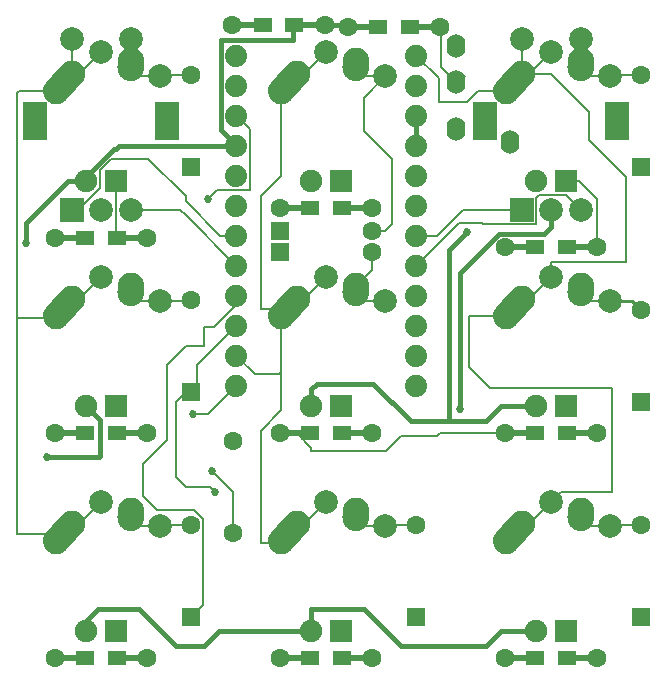
<source format=gtl>
G04 #@! TF.GenerationSoftware,KiCad,Pcbnew,(5.1.6)-1*
G04 #@! TF.CreationDate,2020-12-19T02:43:37-06:00*
G04 #@! TF.ProjectId,macropad_3x3,6d616372-6f70-4616-945f-3378332e6b69,rev?*
G04 #@! TF.SameCoordinates,Original*
G04 #@! TF.FileFunction,Copper,L1,Top*
G04 #@! TF.FilePolarity,Positive*
%FSLAX46Y46*%
G04 Gerber Fmt 4.6, Leading zero omitted, Abs format (unit mm)*
G04 Created by KiCad (PCBNEW (5.1.6)-1) date 2020-12-19 02:43:37*
%MOMM*%
%LPD*%
G01*
G04 APERTURE LIST*
G04 #@! TA.AperFunction,ComponentPad*
%ADD10C,2.000000*%
G04 #@! TD*
G04 #@! TA.AperFunction,WasherPad*
%ADD11R,2.000000X3.200000*%
G04 #@! TD*
G04 #@! TA.AperFunction,ComponentPad*
%ADD12R,2.000000X2.000000*%
G04 #@! TD*
G04 #@! TA.AperFunction,ComponentPad*
%ADD13C,1.600000*%
G04 #@! TD*
G04 #@! TA.AperFunction,Conductor*
%ADD14R,2.900000X0.500000*%
G04 #@! TD*
G04 #@! TA.AperFunction,SMDPad,CuDef*
%ADD15R,1.500000X1.200000*%
G04 #@! TD*
G04 #@! TA.AperFunction,ComponentPad*
%ADD16C,2.250000*%
G04 #@! TD*
G04 #@! TA.AperFunction,ComponentPad*
%ADD17C,1.905000*%
G04 #@! TD*
G04 #@! TA.AperFunction,ComponentPad*
%ADD18R,1.905000X1.905000*%
G04 #@! TD*
G04 #@! TA.AperFunction,ComponentPad*
%ADD19R,1.600000X1.600000*%
G04 #@! TD*
G04 #@! TA.AperFunction,ComponentPad*
%ADD20O,1.600000X2.000000*%
G04 #@! TD*
G04 #@! TA.AperFunction,ComponentPad*
%ADD21C,1.879600*%
G04 #@! TD*
G04 #@! TA.AperFunction,ViaPad*
%ADD22C,0.685800*%
G04 #@! TD*
G04 #@! TA.AperFunction,Conductor*
%ADD23C,0.152400*%
G04 #@! TD*
G04 #@! TA.AperFunction,Conductor*
%ADD24C,0.254000*%
G04 #@! TD*
G04 #@! TA.AperFunction,Conductor*
%ADD25C,0.381000*%
G04 #@! TD*
G04 APERTURE END LIST*
D10*
G04 #@! TO.P,RE2,S1*
G04 #@! TO.N,Net-(D3-Pad2)*
X72350000Y-24750000D03*
G04 #@! TO.P,RE2,S2*
G04 #@! TO.N,col2*
X67350000Y-24750000D03*
D11*
G04 #@! TO.P,RE2,*
G04 #@! TO.N,*
X75450000Y-31750000D03*
X64250000Y-31750000D03*
D10*
G04 #@! TO.P,RE2,B*
G04 #@! TO.N,encoder2b*
X72350000Y-39250000D03*
G04 #@! TO.P,RE2,C*
G04 #@! TO.N,GND*
X69850000Y-39250000D03*
D12*
G04 #@! TO.P,RE2,A*
G04 #@! TO.N,encoder2a*
X67350000Y-39250000D03*
G04 #@! TD*
D13*
G04 #@! TO.P,R11,1*
G04 #@! TO.N,VCC*
X52652000Y-23812500D03*
G04 #@! TO.P,R11,2*
G04 #@! TO.N,SDA*
X60452000Y-23812500D03*
D14*
G04 #@! TD*
G04 #@! TO.N,VCC*
G04 #@! TO.C,R11*
X54052000Y-23812500D03*
D15*
G04 #@! TO.P,R11,1*
G04 #@! TO.N,VCC*
X55202000Y-23812500D03*
G04 #@! TO.P,R11,2*
G04 #@! TO.N,SDA*
X57902000Y-23812500D03*
D14*
G04 #@! TD*
G04 #@! TO.N,SDA*
G04 #@! TO.C,R11*
X59052000Y-23812500D03*
D13*
G04 #@! TO.P,R10,1*
G04 #@! TO.N,VCC*
X50662500Y-23622000D03*
G04 #@! TO.P,R10,2*
G04 #@! TO.N,SCL*
X42862500Y-23622000D03*
D14*
G04 #@! TD*
G04 #@! TO.N,VCC*
G04 #@! TO.C,R10*
X49262500Y-23622000D03*
D15*
G04 #@! TO.P,R10,1*
G04 #@! TO.N,VCC*
X48112500Y-23622000D03*
G04 #@! TO.P,R10,2*
G04 #@! TO.N,SCL*
X45412500Y-23622000D03*
D14*
G04 #@! TD*
G04 #@! TO.N,SCL*
G04 #@! TO.C,R10*
X44262500Y-23622000D03*
D13*
G04 #@! TO.P,R9,1*
G04 #@! TO.N,LEDsOut*
X65950000Y-77216000D03*
G04 #@! TO.P,R9,2*
G04 #@! TO.N,Net-(MX9-Pad4)*
X73750000Y-77216000D03*
D14*
G04 #@! TD*
G04 #@! TO.N,LEDsOut*
G04 #@! TO.C,R9*
X67350000Y-77216000D03*
D15*
G04 #@! TO.P,R9,1*
G04 #@! TO.N,LEDsOut*
X68500000Y-77216000D03*
G04 #@! TO.P,R9,2*
G04 #@! TO.N,Net-(MX9-Pad4)*
X71200000Y-77216000D03*
D14*
G04 #@! TD*
G04 #@! TO.N,Net-(MX9-Pad4)*
G04 #@! TO.C,R9*
X72350000Y-77216000D03*
D13*
G04 #@! TO.P,R8,1*
G04 #@! TO.N,LEDsOut*
X46900000Y-77216000D03*
G04 #@! TO.P,R8,2*
G04 #@! TO.N,Net-(MX8-Pad4)*
X54700000Y-77216000D03*
D14*
G04 #@! TD*
G04 #@! TO.N,LEDsOut*
G04 #@! TO.C,R8*
X48300000Y-77216000D03*
D15*
G04 #@! TO.P,R8,1*
G04 #@! TO.N,LEDsOut*
X49450000Y-77216000D03*
G04 #@! TO.P,R8,2*
G04 #@! TO.N,Net-(MX8-Pad4)*
X52150000Y-77216000D03*
D14*
G04 #@! TD*
G04 #@! TO.N,Net-(MX8-Pad4)*
G04 #@! TO.C,R8*
X53300000Y-77216000D03*
D13*
G04 #@! TO.P,R7,1*
G04 #@! TO.N,LEDsOut*
X27850000Y-77216000D03*
G04 #@! TO.P,R7,2*
G04 #@! TO.N,Net-(MX7-Pad4)*
X35650000Y-77216000D03*
D14*
G04 #@! TD*
G04 #@! TO.N,LEDsOut*
G04 #@! TO.C,R7*
X29250000Y-77216000D03*
D15*
G04 #@! TO.P,R7,1*
G04 #@! TO.N,LEDsOut*
X30400000Y-77216000D03*
G04 #@! TO.P,R7,2*
G04 #@! TO.N,Net-(MX7-Pad4)*
X33100000Y-77216000D03*
D14*
G04 #@! TD*
G04 #@! TO.N,Net-(MX7-Pad4)*
G04 #@! TO.C,R7*
X34250000Y-77216000D03*
D13*
G04 #@! TO.P,R6,1*
G04 #@! TO.N,LEDsOut*
X65950000Y-58166000D03*
G04 #@! TO.P,R6,2*
G04 #@! TO.N,Net-(MX6-Pad4)*
X73750000Y-58166000D03*
D14*
G04 #@! TD*
G04 #@! TO.N,LEDsOut*
G04 #@! TO.C,R6*
X67350000Y-58166000D03*
D15*
G04 #@! TO.P,R6,1*
G04 #@! TO.N,LEDsOut*
X68500000Y-58166000D03*
G04 #@! TO.P,R6,2*
G04 #@! TO.N,Net-(MX6-Pad4)*
X71200000Y-58166000D03*
D14*
G04 #@! TD*
G04 #@! TO.N,Net-(MX6-Pad4)*
G04 #@! TO.C,R6*
X72350000Y-58166000D03*
D13*
G04 #@! TO.P,R5,1*
G04 #@! TO.N,LEDsOut*
X46900000Y-58166000D03*
G04 #@! TO.P,R5,2*
G04 #@! TO.N,Net-(MX5-Pad4)*
X54700000Y-58166000D03*
D14*
G04 #@! TD*
G04 #@! TO.N,LEDsOut*
G04 #@! TO.C,R5*
X48300000Y-58166000D03*
D15*
G04 #@! TO.P,R5,1*
G04 #@! TO.N,LEDsOut*
X49450000Y-58166000D03*
G04 #@! TO.P,R5,2*
G04 #@! TO.N,Net-(MX5-Pad4)*
X52150000Y-58166000D03*
D14*
G04 #@! TD*
G04 #@! TO.N,Net-(MX5-Pad4)*
G04 #@! TO.C,R5*
X53300000Y-58166000D03*
D13*
G04 #@! TO.P,R4,1*
G04 #@! TO.N,LEDsOut*
X27850000Y-58166000D03*
G04 #@! TO.P,R4,2*
G04 #@! TO.N,Net-(MX4-Pad4)*
X35650000Y-58166000D03*
D14*
G04 #@! TD*
G04 #@! TO.N,LEDsOut*
G04 #@! TO.C,R4*
X29250000Y-58166000D03*
D15*
G04 #@! TO.P,R4,1*
G04 #@! TO.N,LEDsOut*
X30400000Y-58166000D03*
G04 #@! TO.P,R4,2*
G04 #@! TO.N,Net-(MX4-Pad4)*
X33100000Y-58166000D03*
D14*
G04 #@! TD*
G04 #@! TO.N,Net-(MX4-Pad4)*
G04 #@! TO.C,R4*
X34250000Y-58166000D03*
D13*
G04 #@! TO.P,R3,1*
G04 #@! TO.N,LEDsOut*
X65950000Y-42418000D03*
G04 #@! TO.P,R3,2*
G04 #@! TO.N,Net-(MX3-Pad4)*
X73750000Y-42418000D03*
D14*
G04 #@! TD*
G04 #@! TO.N,LEDsOut*
G04 #@! TO.C,R3*
X67350000Y-42418000D03*
D15*
G04 #@! TO.P,R3,1*
G04 #@! TO.N,LEDsOut*
X68500000Y-42418000D03*
G04 #@! TO.P,R3,2*
G04 #@! TO.N,Net-(MX3-Pad4)*
X71200000Y-42418000D03*
D14*
G04 #@! TD*
G04 #@! TO.N,Net-(MX3-Pad4)*
G04 #@! TO.C,R3*
X72350000Y-42418000D03*
D13*
G04 #@! TO.P,R2,1*
G04 #@! TO.N,LEDsOut*
X46900000Y-39116000D03*
G04 #@! TO.P,R2,2*
G04 #@! TO.N,Net-(MX2-Pad4)*
X54700000Y-39116000D03*
D14*
G04 #@! TD*
G04 #@! TO.N,LEDsOut*
G04 #@! TO.C,R2*
X48300000Y-39116000D03*
D15*
G04 #@! TO.P,R2,1*
G04 #@! TO.N,LEDsOut*
X49450000Y-39116000D03*
G04 #@! TO.P,R2,2*
G04 #@! TO.N,Net-(MX2-Pad4)*
X52150000Y-39116000D03*
D14*
G04 #@! TD*
G04 #@! TO.N,Net-(MX2-Pad4)*
G04 #@! TO.C,R2*
X53300000Y-39116000D03*
D13*
G04 #@! TO.P,R1,1*
G04 #@! TO.N,LEDsOut*
X27850000Y-41656000D03*
G04 #@! TO.P,R1,2*
G04 #@! TO.N,Net-(MX1-Pad4)*
X35650000Y-41656000D03*
D14*
G04 #@! TD*
G04 #@! TO.N,LEDsOut*
G04 #@! TO.C,R1*
X29250000Y-41656000D03*
D15*
G04 #@! TO.P,R1,1*
G04 #@! TO.N,LEDsOut*
X30400000Y-41656000D03*
G04 #@! TO.P,R1,2*
G04 #@! TO.N,Net-(MX1-Pad4)*
X33100000Y-41656000D03*
D14*
G04 #@! TD*
G04 #@! TO.N,Net-(MX1-Pad4)*
G04 #@! TO.C,R1*
X34250000Y-41656000D03*
D13*
G04 #@! TO.P,RQ1,2*
G04 #@! TO.N,GND*
X42926000Y-58801000D03*
G04 #@! TO.P,RQ1,1*
G04 #@! TO.N,LEDs*
X42926000Y-66601000D03*
G04 #@! TD*
G04 #@! TO.P,MX6,2*
G04 #@! TO.N,Net-(D6-Pad2)*
G04 #@! TA.AperFunction,ComponentPad*
G36*
G01*
X72273483Y-47422395D02*
X72273483Y-47422395D01*
G75*
G02*
X71227605Y-46223483I76517J1122395D01*
G01*
X71267147Y-45643451D01*
G75*
G02*
X72466059Y-44597573I1122395J-76517D01*
G01*
X72466059Y-44597573D01*
G75*
G02*
X73511937Y-45796485I-76517J-1122395D01*
G01*
X73472395Y-46376517D01*
G75*
G02*
X72273483Y-47422395I-1122395J76517D01*
G01*
G37*
G04 #@! TD.AperFunction*
D16*
X72390000Y-45720000D03*
G04 #@! TO.P,MX6,1*
G04 #@! TO.N,col2*
G04 #@! TA.AperFunction,ComponentPad*
G36*
G01*
X65288688Y-49097351D02*
X65288688Y-49097350D01*
G75*
G02*
X65202650Y-47508688I751312J837350D01*
G01*
X66512640Y-46048680D01*
G75*
G02*
X68101302Y-45962642I837350J-751312D01*
G01*
X68101302Y-45962642D01*
G75*
G02*
X68187340Y-47551304I-751312J-837350D01*
G01*
X66877350Y-49011312D01*
G75*
G02*
X65288688Y-49097350I-837350J751312D01*
G01*
G37*
G04 #@! TD.AperFunction*
X67350000Y-46800000D03*
D10*
G04 #@! TO.P,MX6,2*
G04 #@! TO.N,Net-(D6-Pad2)*
X74850000Y-47000000D03*
G04 #@! TO.P,MX6,1*
G04 #@! TO.N,col2*
X69850000Y-44900000D03*
D17*
G04 #@! TO.P,MX6,3*
G04 #@! TO.N,VCC*
X68580000Y-55880000D03*
D18*
G04 #@! TO.P,MX6,4*
G04 #@! TO.N,Net-(MX6-Pad4)*
X71120000Y-55880000D03*
G04 #@! TD*
G04 #@! TO.P,MX9,2*
G04 #@! TO.N,Net-(D9-Pad2)*
G04 #@! TA.AperFunction,ComponentPad*
G36*
G01*
X72273483Y-66472395D02*
X72273483Y-66472395D01*
G75*
G02*
X71227605Y-65273483I76517J1122395D01*
G01*
X71267147Y-64693451D01*
G75*
G02*
X72466059Y-63647573I1122395J-76517D01*
G01*
X72466059Y-63647573D01*
G75*
G02*
X73511937Y-64846485I-76517J-1122395D01*
G01*
X73472395Y-65426517D01*
G75*
G02*
X72273483Y-66472395I-1122395J76517D01*
G01*
G37*
G04 #@! TD.AperFunction*
D16*
X72390000Y-64770000D03*
G04 #@! TO.P,MX9,1*
G04 #@! TO.N,col2*
G04 #@! TA.AperFunction,ComponentPad*
G36*
G01*
X65288688Y-68147351D02*
X65288688Y-68147350D01*
G75*
G02*
X65202650Y-66558688I751312J837350D01*
G01*
X66512640Y-65098680D01*
G75*
G02*
X68101302Y-65012642I837350J-751312D01*
G01*
X68101302Y-65012642D01*
G75*
G02*
X68187340Y-66601304I-751312J-837350D01*
G01*
X66877350Y-68061312D01*
G75*
G02*
X65288688Y-68147350I-837350J751312D01*
G01*
G37*
G04 #@! TD.AperFunction*
X67350000Y-65850000D03*
D10*
G04 #@! TO.P,MX9,2*
G04 #@! TO.N,Net-(D9-Pad2)*
X74850000Y-66050000D03*
G04 #@! TO.P,MX9,1*
G04 #@! TO.N,col2*
X69850000Y-63950000D03*
D17*
G04 #@! TO.P,MX9,3*
G04 #@! TO.N,VCC*
X68580000Y-74930000D03*
D18*
G04 #@! TO.P,MX9,4*
G04 #@! TO.N,Net-(MX9-Pad4)*
X71120000Y-74930000D03*
G04 #@! TD*
G04 #@! TO.P,MX8,2*
G04 #@! TO.N,Net-(D8-Pad2)*
G04 #@! TA.AperFunction,ComponentPad*
G36*
G01*
X53223483Y-66472395D02*
X53223483Y-66472395D01*
G75*
G02*
X52177605Y-65273483I76517J1122395D01*
G01*
X52217147Y-64693451D01*
G75*
G02*
X53416059Y-63647573I1122395J-76517D01*
G01*
X53416059Y-63647573D01*
G75*
G02*
X54461937Y-64846485I-76517J-1122395D01*
G01*
X54422395Y-65426517D01*
G75*
G02*
X53223483Y-66472395I-1122395J76517D01*
G01*
G37*
G04 #@! TD.AperFunction*
D16*
X53340000Y-64770000D03*
G04 #@! TO.P,MX8,1*
G04 #@! TO.N,col1*
G04 #@! TA.AperFunction,ComponentPad*
G36*
G01*
X46238688Y-68147351D02*
X46238688Y-68147350D01*
G75*
G02*
X46152650Y-66558688I751312J837350D01*
G01*
X47462640Y-65098680D01*
G75*
G02*
X49051302Y-65012642I837350J-751312D01*
G01*
X49051302Y-65012642D01*
G75*
G02*
X49137340Y-66601304I-751312J-837350D01*
G01*
X47827350Y-68061312D01*
G75*
G02*
X46238688Y-68147350I-837350J751312D01*
G01*
G37*
G04 #@! TD.AperFunction*
X48300000Y-65850000D03*
D10*
G04 #@! TO.P,MX8,2*
G04 #@! TO.N,Net-(D8-Pad2)*
X55800000Y-66050000D03*
G04 #@! TO.P,MX8,1*
G04 #@! TO.N,col1*
X50800000Y-63950000D03*
D17*
G04 #@! TO.P,MX8,3*
G04 #@! TO.N,VCC*
X49530000Y-74930000D03*
D18*
G04 #@! TO.P,MX8,4*
G04 #@! TO.N,Net-(MX8-Pad4)*
X52070000Y-74930000D03*
G04 #@! TD*
G04 #@! TO.P,MX7,2*
G04 #@! TO.N,Net-(D7-Pad2)*
G04 #@! TA.AperFunction,ComponentPad*
G36*
G01*
X34173483Y-66472395D02*
X34173483Y-66472395D01*
G75*
G02*
X33127605Y-65273483I76517J1122395D01*
G01*
X33167147Y-64693451D01*
G75*
G02*
X34366059Y-63647573I1122395J-76517D01*
G01*
X34366059Y-63647573D01*
G75*
G02*
X35411937Y-64846485I-76517J-1122395D01*
G01*
X35372395Y-65426517D01*
G75*
G02*
X34173483Y-66472395I-1122395J76517D01*
G01*
G37*
G04 #@! TD.AperFunction*
D16*
X34290000Y-64770000D03*
G04 #@! TO.P,MX7,1*
G04 #@! TO.N,col0*
G04 #@! TA.AperFunction,ComponentPad*
G36*
G01*
X27188688Y-68147351D02*
X27188688Y-68147350D01*
G75*
G02*
X27102650Y-66558688I751312J837350D01*
G01*
X28412640Y-65098680D01*
G75*
G02*
X30001302Y-65012642I837350J-751312D01*
G01*
X30001302Y-65012642D01*
G75*
G02*
X30087340Y-66601304I-751312J-837350D01*
G01*
X28777350Y-68061312D01*
G75*
G02*
X27188688Y-68147350I-837350J751312D01*
G01*
G37*
G04 #@! TD.AperFunction*
X29250000Y-65850000D03*
D10*
G04 #@! TO.P,MX7,2*
G04 #@! TO.N,Net-(D7-Pad2)*
X36750000Y-66050000D03*
G04 #@! TO.P,MX7,1*
G04 #@! TO.N,col0*
X31750000Y-63950000D03*
D17*
G04 #@! TO.P,MX7,3*
G04 #@! TO.N,VCC*
X30480000Y-74930000D03*
D18*
G04 #@! TO.P,MX7,4*
G04 #@! TO.N,Net-(MX7-Pad4)*
X33020000Y-74930000D03*
G04 #@! TD*
G04 #@! TO.P,MX5,2*
G04 #@! TO.N,Net-(D5-Pad2)*
G04 #@! TA.AperFunction,ComponentPad*
G36*
G01*
X53223483Y-47422395D02*
X53223483Y-47422395D01*
G75*
G02*
X52177605Y-46223483I76517J1122395D01*
G01*
X52217147Y-45643451D01*
G75*
G02*
X53416059Y-44597573I1122395J-76517D01*
G01*
X53416059Y-44597573D01*
G75*
G02*
X54461937Y-45796485I-76517J-1122395D01*
G01*
X54422395Y-46376517D01*
G75*
G02*
X53223483Y-47422395I-1122395J76517D01*
G01*
G37*
G04 #@! TD.AperFunction*
D16*
X53340000Y-45720000D03*
G04 #@! TO.P,MX5,1*
G04 #@! TO.N,col1*
G04 #@! TA.AperFunction,ComponentPad*
G36*
G01*
X46238688Y-49097351D02*
X46238688Y-49097350D01*
G75*
G02*
X46152650Y-47508688I751312J837350D01*
G01*
X47462640Y-46048680D01*
G75*
G02*
X49051302Y-45962642I837350J-751312D01*
G01*
X49051302Y-45962642D01*
G75*
G02*
X49137340Y-47551304I-751312J-837350D01*
G01*
X47827350Y-49011312D01*
G75*
G02*
X46238688Y-49097350I-837350J751312D01*
G01*
G37*
G04 #@! TD.AperFunction*
X48300000Y-46800000D03*
D10*
G04 #@! TO.P,MX5,2*
G04 #@! TO.N,Net-(D5-Pad2)*
X55800000Y-47000000D03*
G04 #@! TO.P,MX5,1*
G04 #@! TO.N,col1*
X50800000Y-44900000D03*
D17*
G04 #@! TO.P,MX5,3*
G04 #@! TO.N,VCC*
X49530000Y-55880000D03*
D18*
G04 #@! TO.P,MX5,4*
G04 #@! TO.N,Net-(MX5-Pad4)*
X52070000Y-55880000D03*
G04 #@! TD*
G04 #@! TO.P,MX4,2*
G04 #@! TO.N,Net-(D4-Pad2)*
G04 #@! TA.AperFunction,ComponentPad*
G36*
G01*
X34173483Y-47422395D02*
X34173483Y-47422395D01*
G75*
G02*
X33127605Y-46223483I76517J1122395D01*
G01*
X33167147Y-45643451D01*
G75*
G02*
X34366059Y-44597573I1122395J-76517D01*
G01*
X34366059Y-44597573D01*
G75*
G02*
X35411937Y-45796485I-76517J-1122395D01*
G01*
X35372395Y-46376517D01*
G75*
G02*
X34173483Y-47422395I-1122395J76517D01*
G01*
G37*
G04 #@! TD.AperFunction*
D16*
X34290000Y-45720000D03*
G04 #@! TO.P,MX4,1*
G04 #@! TO.N,col0*
G04 #@! TA.AperFunction,ComponentPad*
G36*
G01*
X27188688Y-49097351D02*
X27188688Y-49097350D01*
G75*
G02*
X27102650Y-47508688I751312J837350D01*
G01*
X28412640Y-46048680D01*
G75*
G02*
X30001302Y-45962642I837350J-751312D01*
G01*
X30001302Y-45962642D01*
G75*
G02*
X30087340Y-47551304I-751312J-837350D01*
G01*
X28777350Y-49011312D01*
G75*
G02*
X27188688Y-49097350I-837350J751312D01*
G01*
G37*
G04 #@! TD.AperFunction*
X29250000Y-46800000D03*
D10*
G04 #@! TO.P,MX4,2*
G04 #@! TO.N,Net-(D4-Pad2)*
X36750000Y-47000000D03*
G04 #@! TO.P,MX4,1*
G04 #@! TO.N,col0*
X31750000Y-44900000D03*
D17*
G04 #@! TO.P,MX4,3*
G04 #@! TO.N,VCC*
X30480000Y-55880000D03*
D18*
G04 #@! TO.P,MX4,4*
G04 #@! TO.N,Net-(MX4-Pad4)*
X33020000Y-55880000D03*
G04 #@! TD*
G04 #@! TO.P,MX3,2*
G04 #@! TO.N,Net-(D3-Pad2)*
G04 #@! TA.AperFunction,ComponentPad*
G36*
G01*
X72273483Y-28372395D02*
X72273483Y-28372395D01*
G75*
G02*
X71227605Y-27173483I76517J1122395D01*
G01*
X71267147Y-26593451D01*
G75*
G02*
X72466059Y-25547573I1122395J-76517D01*
G01*
X72466059Y-25547573D01*
G75*
G02*
X73511937Y-26746485I-76517J-1122395D01*
G01*
X73472395Y-27326517D01*
G75*
G02*
X72273483Y-28372395I-1122395J76517D01*
G01*
G37*
G04 #@! TD.AperFunction*
D16*
X72390000Y-26670000D03*
G04 #@! TO.P,MX3,1*
G04 #@! TO.N,col2*
G04 #@! TA.AperFunction,ComponentPad*
G36*
G01*
X65288688Y-30047351D02*
X65288688Y-30047350D01*
G75*
G02*
X65202650Y-28458688I751312J837350D01*
G01*
X66512640Y-26998680D01*
G75*
G02*
X68101302Y-26912642I837350J-751312D01*
G01*
X68101302Y-26912642D01*
G75*
G02*
X68187340Y-28501304I-751312J-837350D01*
G01*
X66877350Y-29961312D01*
G75*
G02*
X65288688Y-30047350I-837350J751312D01*
G01*
G37*
G04 #@! TD.AperFunction*
X67350000Y-27750000D03*
D10*
G04 #@! TO.P,MX3,2*
G04 #@! TO.N,Net-(D3-Pad2)*
X74850000Y-27950000D03*
G04 #@! TO.P,MX3,1*
G04 #@! TO.N,col2*
X69850000Y-25850000D03*
D17*
G04 #@! TO.P,MX3,3*
G04 #@! TO.N,VCC*
X68580000Y-36830000D03*
D18*
G04 #@! TO.P,MX3,4*
G04 #@! TO.N,Net-(MX3-Pad4)*
X71120000Y-36830000D03*
G04 #@! TD*
G04 #@! TO.P,MX2,2*
G04 #@! TO.N,Net-(D2-Pad2)*
G04 #@! TA.AperFunction,ComponentPad*
G36*
G01*
X53223483Y-28372395D02*
X53223483Y-28372395D01*
G75*
G02*
X52177605Y-27173483I76517J1122395D01*
G01*
X52217147Y-26593451D01*
G75*
G02*
X53416059Y-25547573I1122395J-76517D01*
G01*
X53416059Y-25547573D01*
G75*
G02*
X54461937Y-26746485I-76517J-1122395D01*
G01*
X54422395Y-27326517D01*
G75*
G02*
X53223483Y-28372395I-1122395J76517D01*
G01*
G37*
G04 #@! TD.AperFunction*
D16*
X53340000Y-26670000D03*
G04 #@! TO.P,MX2,1*
G04 #@! TO.N,col1*
G04 #@! TA.AperFunction,ComponentPad*
G36*
G01*
X46238688Y-30047351D02*
X46238688Y-30047350D01*
G75*
G02*
X46152650Y-28458688I751312J837350D01*
G01*
X47462640Y-26998680D01*
G75*
G02*
X49051302Y-26912642I837350J-751312D01*
G01*
X49051302Y-26912642D01*
G75*
G02*
X49137340Y-28501304I-751312J-837350D01*
G01*
X47827350Y-29961312D01*
G75*
G02*
X46238688Y-30047350I-837350J751312D01*
G01*
G37*
G04 #@! TD.AperFunction*
X48300000Y-27750000D03*
D10*
G04 #@! TO.P,MX2,2*
G04 #@! TO.N,Net-(D2-Pad2)*
X55800000Y-27950000D03*
G04 #@! TO.P,MX2,1*
G04 #@! TO.N,col1*
X50800000Y-25850000D03*
D17*
G04 #@! TO.P,MX2,3*
G04 #@! TO.N,VCC*
X49530000Y-36830000D03*
D18*
G04 #@! TO.P,MX2,4*
G04 #@! TO.N,Net-(MX2-Pad4)*
X52070000Y-36830000D03*
G04 #@! TD*
G04 #@! TO.P,MX1,2*
G04 #@! TO.N,Net-(D1-Pad2)*
G04 #@! TA.AperFunction,ComponentPad*
G36*
G01*
X34173483Y-28372395D02*
X34173483Y-28372395D01*
G75*
G02*
X33127605Y-27173483I76517J1122395D01*
G01*
X33167147Y-26593451D01*
G75*
G02*
X34366059Y-25547573I1122395J-76517D01*
G01*
X34366059Y-25547573D01*
G75*
G02*
X35411937Y-26746485I-76517J-1122395D01*
G01*
X35372395Y-27326517D01*
G75*
G02*
X34173483Y-28372395I-1122395J76517D01*
G01*
G37*
G04 #@! TD.AperFunction*
D16*
X34290000Y-26670000D03*
G04 #@! TO.P,MX1,1*
G04 #@! TO.N,col0*
G04 #@! TA.AperFunction,ComponentPad*
G36*
G01*
X27188688Y-30047351D02*
X27188688Y-30047350D01*
G75*
G02*
X27102650Y-28458688I751312J837350D01*
G01*
X28412640Y-26998680D01*
G75*
G02*
X30001302Y-26912642I837350J-751312D01*
G01*
X30001302Y-26912642D01*
G75*
G02*
X30087340Y-28501304I-751312J-837350D01*
G01*
X28777350Y-29961312D01*
G75*
G02*
X27188688Y-30047350I-837350J751312D01*
G01*
G37*
G04 #@! TD.AperFunction*
X29250000Y-27750000D03*
D10*
G04 #@! TO.P,MX1,2*
G04 #@! TO.N,Net-(D1-Pad2)*
X36750000Y-27950000D03*
G04 #@! TO.P,MX1,1*
G04 #@! TO.N,col0*
X31750000Y-25850000D03*
D17*
G04 #@! TO.P,MX1,3*
G04 #@! TO.N,VCC*
X30480000Y-36830000D03*
D18*
G04 #@! TO.P,MX1,4*
G04 #@! TO.N,Net-(MX1-Pad4)*
X33020000Y-36830000D03*
G04 #@! TD*
D19*
G04 #@! TO.P,D9,1*
G04 #@! TO.N,row2*
X77470000Y-73750000D03*
D13*
G04 #@! TO.P,D9,2*
G04 #@! TO.N,Net-(D9-Pad2)*
X77470000Y-65950000D03*
G04 #@! TD*
D19*
G04 #@! TO.P,D8,1*
G04 #@! TO.N,row2*
X58420000Y-73750000D03*
D13*
G04 #@! TO.P,D8,2*
G04 #@! TO.N,Net-(D8-Pad2)*
X58420000Y-65950000D03*
G04 #@! TD*
D19*
G04 #@! TO.P,D7,1*
G04 #@! TO.N,row2*
X39370000Y-73750000D03*
D13*
G04 #@! TO.P,D7,2*
G04 #@! TO.N,Net-(D7-Pad2)*
X39370000Y-65950000D03*
G04 #@! TD*
D19*
G04 #@! TO.P,D6,1*
G04 #@! TO.N,row1*
X77470000Y-55562500D03*
D13*
G04 #@! TO.P,D6,2*
G04 #@! TO.N,Net-(D6-Pad2)*
X77470000Y-47762500D03*
G04 #@! TD*
D19*
G04 #@! TO.P,D5,1*
G04 #@! TO.N,row1*
X46900000Y-42862500D03*
D13*
G04 #@! TO.P,D5,2*
G04 #@! TO.N,Net-(D5-Pad2)*
X54700000Y-42862500D03*
G04 #@! TD*
D19*
G04 #@! TO.P,D4,1*
G04 #@! TO.N,row1*
X39370000Y-54700000D03*
D13*
G04 #@! TO.P,D4,2*
G04 #@! TO.N,Net-(D4-Pad2)*
X39370000Y-46900000D03*
G04 #@! TD*
D19*
G04 #@! TO.P,D3,1*
G04 #@! TO.N,row0*
X77470000Y-35650000D03*
D13*
G04 #@! TO.P,D3,2*
G04 #@! TO.N,Net-(D3-Pad2)*
X77470000Y-27850000D03*
G04 #@! TD*
D19*
G04 #@! TO.P,D2,1*
G04 #@! TO.N,row0*
X46900000Y-41021000D03*
D13*
G04 #@! TO.P,D2,2*
G04 #@! TO.N,Net-(D2-Pad2)*
X54700000Y-41021000D03*
G04 #@! TD*
D19*
G04 #@! TO.P,D1,1*
G04 #@! TO.N,row0*
X39370000Y-35650000D03*
D13*
G04 #@! TO.P,D1,2*
G04 #@! TO.N,Net-(D1-Pad2)*
X39370000Y-27850000D03*
G04 #@! TD*
D20*
G04 #@! TO.P,U1,1*
G04 #@! TO.N,VCC*
X66357500Y-33500000D03*
G04 #@! TO.P,U1,2*
G04 #@! TO.N,SCL*
X61757500Y-32400000D03*
G04 #@! TO.P,U1,4*
G04 #@! TO.N,GND*
X61757500Y-25400000D03*
G04 #@! TO.P,U1,3*
G04 #@! TO.N,SDA*
X61757500Y-28400000D03*
G04 #@! TD*
D10*
G04 #@! TO.P,RE1,S1*
G04 #@! TO.N,Net-(D1-Pad2)*
X34250000Y-24750000D03*
G04 #@! TO.P,RE1,S2*
G04 #@! TO.N,col0*
X29250000Y-24750000D03*
D11*
G04 #@! TO.P,RE1,*
G04 #@! TO.N,*
X37350000Y-31750000D03*
X26150000Y-31750000D03*
D10*
G04 #@! TO.P,RE1,B*
G04 #@! TO.N,encoder1b*
X34250000Y-39250000D03*
G04 #@! TO.P,RE1,C*
G04 #@! TO.N,GND*
X31750000Y-39250000D03*
D12*
G04 #@! TO.P,RE1,A*
G04 #@! TO.N,encoder1a*
X29250000Y-39250000D03*
G04 #@! TD*
D21*
G04 #@! TO.P,B1,24*
G04 #@! TO.N,RAW*
X43180000Y-26193750D03*
G04 #@! TO.P,B1,23*
G04 #@! TO.N,GND*
X43180000Y-28733750D03*
G04 #@! TO.P,B1,22*
G04 #@! TO.N,Net-(B1-Pad22)*
X43180000Y-31273750D03*
G04 #@! TO.P,B1,21*
G04 #@! TO.N,VCC*
X43180000Y-33813750D03*
G04 #@! TO.P,B1,20*
G04 #@! TO.N,col0*
X43180000Y-36353750D03*
G04 #@! TO.P,B1,19*
G04 #@! TO.N,row0*
X43180000Y-38893750D03*
G04 #@! TO.P,B1,18*
G04 #@! TO.N,encoder1a*
X43180000Y-41433750D03*
G04 #@! TO.P,B1,17*
G04 #@! TO.N,encoder1b*
X43180000Y-43973750D03*
G04 #@! TO.P,B1,16*
G04 #@! TO.N,row2*
X43180000Y-46513750D03*
G04 #@! TO.P,B1,15*
G04 #@! TO.N,row1*
X43180000Y-49053750D03*
G04 #@! TO.P,B1,14*
G04 #@! TO.N,col1*
X43180000Y-51593750D03*
G04 #@! TO.P,B1,13*
G04 #@! TO.N,LEDs*
X43180000Y-54133750D03*
G04 #@! TO.P,B1,12*
G04 #@! TO.N,col3*
X58420000Y-54133750D03*
G04 #@! TO.P,B1,11*
G04 #@! TO.N,row3*
X58420000Y-51593750D03*
G04 #@! TO.P,B1,10*
G04 #@! TO.N,row5*
X58420000Y-49053750D03*
G04 #@! TO.P,B1,9*
G04 #@! TO.N,row4*
X58420000Y-46513750D03*
G04 #@! TO.P,B1,8*
G04 #@! TO.N,encoder2b*
X58420000Y-43973750D03*
G04 #@! TO.P,B1,7*
G04 #@! TO.N,encoder2a*
X58420000Y-41433750D03*
G04 #@! TO.P,B1,6*
G04 #@! TO.N,SCL*
X58420000Y-38893750D03*
G04 #@! TO.P,B1,5*
G04 #@! TO.N,SDA*
X58420000Y-36353750D03*
G04 #@! TO.P,B1,4*
G04 #@! TO.N,GND*
X58420000Y-33813750D03*
G04 #@! TO.P,B1,3*
X58420000Y-31273750D03*
G04 #@! TO.P,B1,2*
G04 #@! TO.N,RGB_leds*
X58420000Y-28733750D03*
G04 #@! TO.P,B1,1*
G04 #@! TO.N,col2*
X58420000Y-26193750D03*
G04 #@! TD*
D22*
G04 #@! TO.N,Net-(B1-Pad22)*
X40767000Y-38354000D03*
G04 #@! TO.N,row1*
X41402000Y-63119000D03*
G04 #@! TO.N,GND*
X62103000Y-56134000D03*
G04 #@! TO.N,LEDs*
X39497000Y-56515000D03*
X41148000Y-61341000D03*
G04 #@! TO.N,VCC*
X25400000Y-42068750D03*
X27168842Y-60143658D03*
X62738000Y-41148000D03*
G04 #@! TD*
D23*
G04 #@! TO.N,Net-(B1-Pad22)*
X44348401Y-32442151D02*
X44348401Y-37566599D01*
X43180000Y-31273750D02*
X44348401Y-32442151D01*
X44348401Y-37566599D02*
X41554401Y-37566599D01*
X41554401Y-37566599D02*
X40767000Y-38354000D01*
X40767000Y-38354000D02*
X40767000Y-38354000D01*
G04 #@! TO.N,col2*
X67950000Y-27750000D02*
X67350000Y-27750000D01*
X69850000Y-25850000D02*
X67950000Y-27750000D01*
X67950000Y-65850000D02*
X67350000Y-65850000D01*
X69850000Y-63950000D02*
X67950000Y-65850000D01*
X67950000Y-46800000D02*
X67350000Y-46800000D01*
X69850000Y-44900000D02*
X67950000Y-46800000D01*
X66040000Y-48260000D02*
X62865000Y-48260000D01*
X62865000Y-48260000D02*
X62865000Y-52546250D01*
X64690149Y-54371399D02*
X75008899Y-54371399D01*
X62865000Y-52546250D02*
X64690149Y-54371399D01*
X75008899Y-54371399D02*
X75008899Y-63103601D01*
X70696399Y-63103601D02*
X69850000Y-63950000D01*
X75008899Y-63103601D02*
X70696399Y-63103601D01*
X66040000Y-29210000D02*
X63658750Y-29210000D01*
X63658750Y-29210000D02*
X62706250Y-30162500D01*
X62706250Y-30162500D02*
X60325000Y-30162500D01*
X60325000Y-28098750D02*
X58420000Y-26193750D01*
X60325000Y-30162500D02*
X60325000Y-28098750D01*
X69850000Y-44900000D02*
X69850000Y-43656250D01*
X69850000Y-43656250D02*
X76200000Y-43656250D01*
X76200000Y-43656250D02*
X76200000Y-36512500D01*
X69087500Y-27750000D02*
X69818750Y-27750000D01*
X69087500Y-27750000D02*
X67350000Y-27750000D01*
X69139302Y-27750000D02*
X69087500Y-27750000D01*
X69818750Y-27750000D02*
X72231250Y-30162500D01*
X72231250Y-30162500D02*
X73025000Y-30956250D01*
X76200000Y-36512500D02*
X73025000Y-33337500D01*
X73025000Y-30956250D02*
X73025000Y-33337500D01*
X67350000Y-24750000D02*
X67350000Y-27750000D01*
G04 #@! TO.N,col0*
X32093750Y-25850000D02*
X31750000Y-25850000D01*
X29850000Y-27750000D02*
X29250000Y-27750000D01*
X31750000Y-25850000D02*
X29850000Y-27750000D01*
X27940000Y-29210000D02*
X24765000Y-29210000D01*
X24765000Y-29210000D02*
X24606250Y-29368750D01*
X24606250Y-29368750D02*
X24606250Y-48418750D01*
X27781250Y-48418750D02*
X27940000Y-48260000D01*
X24606250Y-48418750D02*
X27781250Y-48418750D01*
X29850000Y-46800000D02*
X29250000Y-46800000D01*
X31750000Y-44900000D02*
X29850000Y-46800000D01*
X29850000Y-65850000D02*
X29250000Y-65850000D01*
X31750000Y-63950000D02*
X29850000Y-65850000D01*
X24606250Y-48418750D02*
X24606250Y-66675000D01*
X27305000Y-66675000D02*
X27940000Y-67310000D01*
X24606250Y-66675000D02*
X27305000Y-66675000D01*
X29250000Y-24750000D02*
X29250000Y-27750000D01*
G04 #@! TO.N,col1*
X46990000Y-56197500D02*
X45243750Y-57943750D01*
X45243750Y-57943750D02*
X45243750Y-67468750D01*
X46831250Y-67468750D02*
X46990000Y-67310000D01*
X45243750Y-67468750D02*
X46831250Y-67468750D01*
X48900000Y-65850000D02*
X48300000Y-65850000D01*
X50800000Y-63950000D02*
X48900000Y-65850000D01*
X48900000Y-46800000D02*
X48300000Y-46800000D01*
X50800000Y-44900000D02*
X48900000Y-46800000D01*
X48900000Y-27750000D02*
X48300000Y-27750000D01*
X50800000Y-25850000D02*
X48900000Y-27750000D01*
X46990000Y-29210000D02*
X46990000Y-36353750D01*
X46990000Y-36353750D02*
X45243750Y-38100000D01*
X45243750Y-38100000D02*
X45243750Y-47625000D01*
X46355000Y-47625000D02*
X46990000Y-48260000D01*
X45243750Y-47625000D02*
X46355000Y-47625000D01*
X43180000Y-51593750D02*
X44767500Y-53181250D01*
X46831250Y-53181250D02*
X46990000Y-53022500D01*
X44767500Y-53181250D02*
X46831250Y-53181250D01*
X46990000Y-48260000D02*
X46990000Y-53022500D01*
X46990000Y-53022500D02*
X46990000Y-56197500D01*
G04 #@! TO.N,row2*
X37306250Y-52387500D02*
X38893750Y-50800000D01*
X38893750Y-50800000D02*
X40481250Y-50800000D01*
X40481250Y-50800000D02*
X40481250Y-49212500D01*
X41292016Y-49212500D02*
X40481250Y-49212500D01*
X43180000Y-47324516D02*
X41292016Y-49212500D01*
X43180000Y-46513750D02*
X43180000Y-47324516D01*
X40398601Y-65456271D02*
X39585330Y-64643000D01*
X39370000Y-73750000D02*
X40398601Y-72721399D01*
X40398601Y-72721399D02*
X40398601Y-65456271D01*
X39585330Y-64643000D02*
X36449000Y-64643000D01*
X36449000Y-64643000D02*
X35306000Y-63500000D01*
X35306000Y-60769500D02*
X37306250Y-58769250D01*
X35306000Y-63500000D02*
X35306000Y-60769500D01*
X37306250Y-58769250D02*
X37306250Y-52387500D01*
G04 #@! TO.N,row1*
X39370000Y-54700000D02*
X39756250Y-54700000D01*
X43180000Y-49053750D02*
X39846250Y-52387500D01*
X39846250Y-54223750D02*
X39370000Y-54700000D01*
X39846250Y-52387500D02*
X39846250Y-54223750D01*
X39370000Y-54700000D02*
X38962500Y-54700000D01*
X38962500Y-54700000D02*
X38100000Y-55562500D01*
X38100000Y-55562500D02*
X38100000Y-61912500D01*
X38100000Y-61912500D02*
X38893750Y-62706250D01*
X40989250Y-62706250D02*
X41402000Y-63119000D01*
X38893750Y-62706250D02*
X40989250Y-62706250D01*
G04 #@! TO.N,row0*
X39687500Y-35967500D02*
X39370000Y-35650000D01*
G04 #@! TO.N,Net-(D1-Pad2)*
X36850000Y-27850000D02*
X36750000Y-27950000D01*
X39370000Y-27850000D02*
X36850000Y-27850000D01*
X34950000Y-27950000D02*
X34250000Y-27250000D01*
X36750000Y-27950000D02*
X34950000Y-27950000D01*
X34250000Y-26630000D02*
X34290000Y-26670000D01*
X34250000Y-24750000D02*
X34250000Y-26630000D01*
G04 #@! TO.N,Net-(D2-Pad2)*
X54700000Y-41021000D02*
X55816500Y-41021000D01*
X55816500Y-41021000D02*
X56356250Y-40481250D01*
X56356250Y-40481250D02*
X56356250Y-34925000D01*
X56356250Y-34925000D02*
X53975000Y-32543750D01*
X53975000Y-29775000D02*
X55800000Y-27950000D01*
X53975000Y-32543750D02*
X53975000Y-29775000D01*
X54000000Y-27950000D02*
X53300000Y-27250000D01*
X55800000Y-27950000D02*
X54000000Y-27950000D01*
G04 #@! TO.N,Net-(D3-Pad2)*
X74950000Y-27850000D02*
X74850000Y-27950000D01*
X77470000Y-27850000D02*
X74950000Y-27850000D01*
X73050000Y-27950000D02*
X72350000Y-27250000D01*
X74850000Y-27950000D02*
X73050000Y-27950000D01*
X72350000Y-26630000D02*
X72390000Y-26670000D01*
X72350000Y-24750000D02*
X72350000Y-26630000D01*
G04 #@! TO.N,Net-(D4-Pad2)*
X39270000Y-47000000D02*
X39370000Y-46900000D01*
X36750000Y-47000000D02*
X39270000Y-47000000D01*
X34950000Y-47000000D02*
X34250000Y-46300000D01*
X36750000Y-47000000D02*
X34950000Y-47000000D01*
G04 #@! TO.N,Net-(D5-Pad2)*
X54000000Y-47000000D02*
X53300000Y-46300000D01*
X55800000Y-47000000D02*
X54000000Y-47000000D01*
X54700000Y-44360000D02*
X53340000Y-45720000D01*
X54700000Y-42862500D02*
X54700000Y-44360000D01*
G04 #@! TO.N,Net-(D6-Pad2)*
X74950000Y-46900000D02*
X74850000Y-47000000D01*
X73050000Y-47000000D02*
X72350000Y-46300000D01*
X74850000Y-47000000D02*
X73050000Y-47000000D01*
D24*
X76707500Y-47000000D02*
X77470000Y-47762500D01*
X74850000Y-47000000D02*
X76707500Y-47000000D01*
D23*
G04 #@! TO.N,Net-(D7-Pad2)*
X36850000Y-65950000D02*
X36750000Y-66050000D01*
X39370000Y-65950000D02*
X36850000Y-65950000D01*
X34950000Y-66050000D02*
X34250000Y-65350000D01*
X36750000Y-66050000D02*
X34950000Y-66050000D01*
G04 #@! TO.N,Net-(D8-Pad2)*
X55900000Y-65950000D02*
X55800000Y-66050000D01*
X58420000Y-65950000D02*
X55900000Y-65950000D01*
X54000000Y-66050000D02*
X53300000Y-65350000D01*
X55800000Y-66050000D02*
X54000000Y-66050000D01*
G04 #@! TO.N,Net-(D9-Pad2)*
X74950000Y-65950000D02*
X74850000Y-66050000D01*
X77470000Y-65950000D02*
X74950000Y-65950000D01*
X73050000Y-66050000D02*
X72350000Y-65350000D01*
X74850000Y-66050000D02*
X73050000Y-66050000D01*
D25*
G04 #@! TO.N,GND*
X58420000Y-31273750D02*
X58420000Y-33813750D01*
D23*
X61993750Y-25425000D02*
X61937500Y-25425000D01*
D25*
X65401407Y-41275099D02*
X62103000Y-44573506D01*
X69239114Y-41275099D02*
X65401407Y-41275099D01*
X69850000Y-39250000D02*
X69850000Y-40664213D01*
X69850000Y-40664213D02*
X69239114Y-41275099D01*
X62103000Y-44573506D02*
X62103000Y-56134000D01*
X62103000Y-56134000D02*
X62103000Y-56134000D01*
D23*
G04 #@! TO.N,SDA*
X61846451Y-28780609D02*
X62141049Y-28780609D01*
X62141049Y-28780609D02*
X62245204Y-28676454D01*
D24*
X62478750Y-27940000D02*
X61993750Y-28425000D01*
X60505000Y-23812500D02*
X60505000Y-23936250D01*
D23*
X60325000Y-23749000D02*
X60325000Y-24288750D01*
X60505000Y-27147500D02*
X61757500Y-28400000D01*
X60505000Y-23812500D02*
X60505000Y-27147500D01*
G04 #@! TO.N,encoder1a*
X38815149Y-38021399D02*
X38893750Y-38100000D01*
X41796434Y-41433750D02*
X43180000Y-41433750D01*
X38893750Y-38531066D02*
X41796434Y-41433750D01*
X38893750Y-38100000D02*
X38893750Y-38531066D01*
X29808030Y-39250000D02*
X29250000Y-39250000D01*
X38893750Y-38100000D02*
X35718750Y-34925000D01*
X35718750Y-34925000D02*
X32608518Y-34925000D01*
X32608518Y-34925000D02*
X31661101Y-35872417D01*
X31661101Y-35872417D02*
X31661101Y-37396929D01*
X31661101Y-37396929D02*
X29808030Y-39250000D01*
G04 #@! TO.N,encoder1b*
X34250000Y-39250000D02*
X38456250Y-39250000D01*
X38456250Y-39250000D02*
X38893750Y-39687500D01*
X38893750Y-39687500D02*
X43180000Y-43973750D01*
G04 #@! TO.N,LEDs*
X43180000Y-54133750D02*
X40798750Y-56515000D01*
X40798750Y-56515000D02*
X39497000Y-56515000D01*
X39497000Y-56515000D02*
X39497000Y-56515000D01*
X42926000Y-63119000D02*
X42926000Y-66601000D01*
X41148000Y-61341000D02*
X42926000Y-63119000D01*
G04 #@! TO.N,encoder2b*
X58346251Y-43900001D02*
X58420000Y-43973750D01*
X61912500Y-40481250D02*
X61864875Y-40528875D01*
X61864875Y-40528875D02*
X58420000Y-43973750D01*
X64008000Y-40386000D02*
X62007750Y-40386000D01*
X64100601Y-40478601D02*
X64008000Y-40386000D01*
X68532881Y-40478601D02*
X64100601Y-40478601D01*
X62007750Y-40386000D02*
X61864875Y-40528875D01*
X68578601Y-40432881D02*
X68532881Y-40478601D01*
X68578601Y-38228399D02*
X68578601Y-40432881D01*
X68785601Y-38021399D02*
X68578601Y-38228399D01*
X71121399Y-38021399D02*
X68785601Y-38021399D01*
X72350000Y-39250000D02*
X71121399Y-38021399D01*
G04 #@! TO.N,encoder2a*
X58420000Y-41433750D02*
X60166250Y-41433750D01*
X62350000Y-39250000D02*
X67350000Y-39250000D01*
X60166250Y-41433750D02*
X62350000Y-39250000D01*
G04 #@! TO.N,VCC*
X49212500Y-74612500D02*
X49530000Y-74930000D01*
X30480000Y-74930000D02*
X30480000Y-74295000D01*
X49530000Y-55245000D02*
X49530000Y-55880000D01*
X25400000Y-42068750D02*
X25400000Y-42068750D01*
X30480000Y-36830000D02*
X30480000Y-36622452D01*
D25*
X30480000Y-36449000D02*
X30480000Y-36830000D01*
X32842199Y-34086801D02*
X30480000Y-36449000D01*
X33015651Y-34086801D02*
X32842199Y-34086801D01*
X33288702Y-33813750D02*
X33015651Y-34086801D01*
X30480000Y-36830000D02*
X28956000Y-36830000D01*
X25400000Y-40386000D02*
X25400000Y-42068750D01*
X28956000Y-36830000D02*
X25400000Y-40386000D01*
X31623000Y-57023000D02*
X30480000Y-55880000D01*
X31623000Y-60071000D02*
X31623000Y-57023000D01*
X27168842Y-60143658D02*
X31550342Y-60143658D01*
X31550342Y-60143658D02*
X31623000Y-60071000D01*
X31496000Y-73025000D02*
X34925000Y-73025000D01*
X30480000Y-74930000D02*
X30480000Y-74041000D01*
X34925000Y-73025000D02*
X38100000Y-76200000D01*
X30480000Y-74041000D02*
X31496000Y-73025000D01*
X38100000Y-76200000D02*
X40481250Y-76200000D01*
X40481250Y-76200000D02*
X41751250Y-74930000D01*
X41751250Y-74930000D02*
X49530000Y-74930000D01*
X49530000Y-74930000D02*
X49530000Y-73025000D01*
X49530000Y-73025000D02*
X53975000Y-73025000D01*
X53975000Y-73025000D02*
X57150000Y-76200000D01*
X57150000Y-76200000D02*
X64293750Y-76200000D01*
X64293750Y-76200000D02*
X65563750Y-74930000D01*
X65563750Y-74930000D02*
X68580000Y-74930000D01*
X65563750Y-55880000D02*
X68580000Y-55880000D01*
X64293750Y-57150000D02*
X65563750Y-55880000D01*
X49530000Y-54451250D02*
X50006250Y-53975000D01*
X50006250Y-53975000D02*
X54768750Y-53975000D01*
X49530000Y-55880000D02*
X49530000Y-54451250D01*
X54768750Y-53975000D02*
X57943750Y-57150000D01*
X61214000Y-57150000D02*
X61214000Y-42672000D01*
X61214000Y-57150000D02*
X64293750Y-57150000D01*
X57943750Y-57150000D02*
X61214000Y-57150000D01*
X61214000Y-42672000D02*
X62738000Y-41148000D01*
X62738000Y-41148000D02*
X62738000Y-41148000D01*
X52514500Y-23622000D02*
X52705000Y-23812500D01*
X43180000Y-33813750D02*
X33288702Y-33813750D01*
X43180000Y-33813750D02*
X41897299Y-32531049D01*
X41897299Y-32531049D02*
X41897299Y-24879299D01*
X48005201Y-23729299D02*
X48112500Y-23622000D01*
X48005201Y-24879299D02*
X48005201Y-23729299D01*
X41897299Y-24879299D02*
X48005201Y-24879299D01*
X50662500Y-23622000D02*
X52514500Y-23622000D01*
D23*
G04 #@! TO.N,LEDsOut*
X65727750Y-57943750D02*
X65950000Y-58166000D01*
X67350000Y-58166000D02*
X60452000Y-58166000D01*
X60452000Y-58166000D02*
X60198000Y-58420000D01*
X60198000Y-58420000D02*
X57150000Y-58420000D01*
X57150000Y-58420000D02*
X55880000Y-59690000D01*
X55880000Y-59690000D02*
X49530000Y-59690000D01*
X49530000Y-59396000D02*
X48300000Y-58166000D01*
X49530000Y-59690000D02*
X49530000Y-59396000D01*
G04 #@! TO.N,Net-(MX1-Pad4)*
X33020000Y-41576000D02*
X33100000Y-41656000D01*
X33020000Y-36830000D02*
X33020000Y-41576000D01*
G04 #@! TO.N,Net-(MX3-Pad4)*
X72224900Y-36830000D02*
X71120000Y-36830000D01*
X73750000Y-38355100D02*
X72224900Y-36830000D01*
X73750000Y-41656000D02*
X73750000Y-38355100D01*
G04 #@! TD*
M02*

</source>
